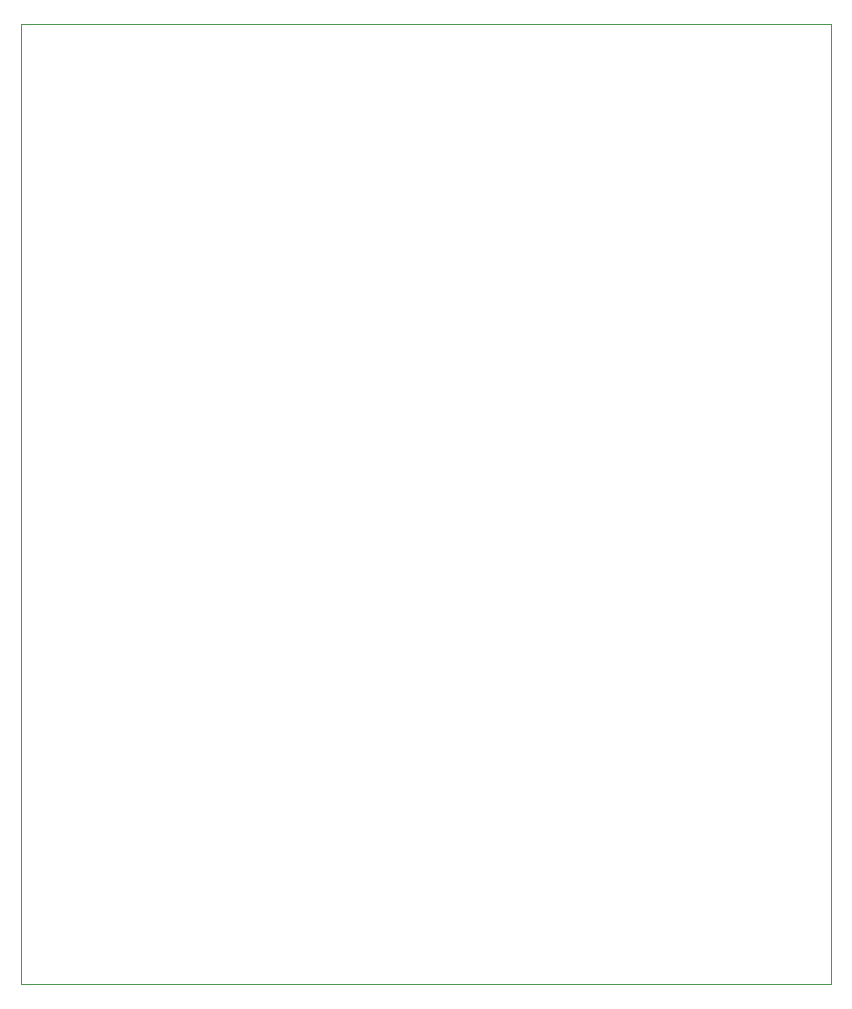
<source format=gbr>
%TF.GenerationSoftware,KiCad,Pcbnew,(6.0.0)*%
%TF.CreationDate,2022-01-15T15:10:37-08:00*%
%TF.ProjectId,Tremolo_V2,5472656d-6f6c-46f5-9f56-322e6b696361,rev?*%
%TF.SameCoordinates,Original*%
%TF.FileFunction,Profile,NP*%
%FSLAX46Y46*%
G04 Gerber Fmt 4.6, Leading zero omitted, Abs format (unit mm)*
G04 Created by KiCad (PCBNEW (6.0.0)) date 2022-01-15 15:10:37*
%MOMM*%
%LPD*%
G01*
G04 APERTURE LIST*
%TA.AperFunction,Profile*%
%ADD10C,0.100000*%
%TD*%
G04 APERTURE END LIST*
D10*
X111760000Y-48260000D02*
X180340000Y-48260000D01*
X180340000Y-48260000D02*
X180340000Y-129540000D01*
X180340000Y-129540000D02*
X111760000Y-129540000D01*
X111760000Y-129540000D02*
X111760000Y-48260000D01*
M02*

</source>
